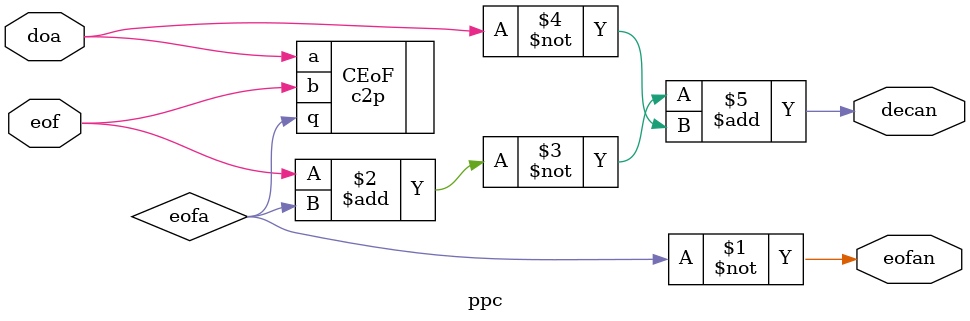
<source format=v>
/*
 Asynchronous SDM NoC
 (C)2011 Wei Song
 Advanced Processor Technologies Group
 Computer Science, the Univ. of Manchester, UK
 
 Authors: 
 Wei Song     wsong83@gmail.com
 
 License: LGPL 3.0 or later
 
 Pipeline controller
 
 References
 See the STG and compiled verilog in sdm/stg/, ibctl.g and ibctl.v
 
 History:
 21/06/2009  Initial version. <wsong83@gmail.com>
 
*/

module ppc(/*AUTOARG*/
   // Outputs
   eofan, decan,
   // Inputs
   eof, doa
   );
   input 	      eof, doa;
   wire 	      eofa;	// the ack to eof
   output 	      eofan;	// the ack to eof
   output 	      decan;	// the ack to routing requests

   c2p CEoF (.q(eofa), .a(doa), .b(eof));
   assign eofan = ~eofa;
   assign decan = (~(eof+eofa))+(~doa);
endmodule // ppc

   
   
</source>
